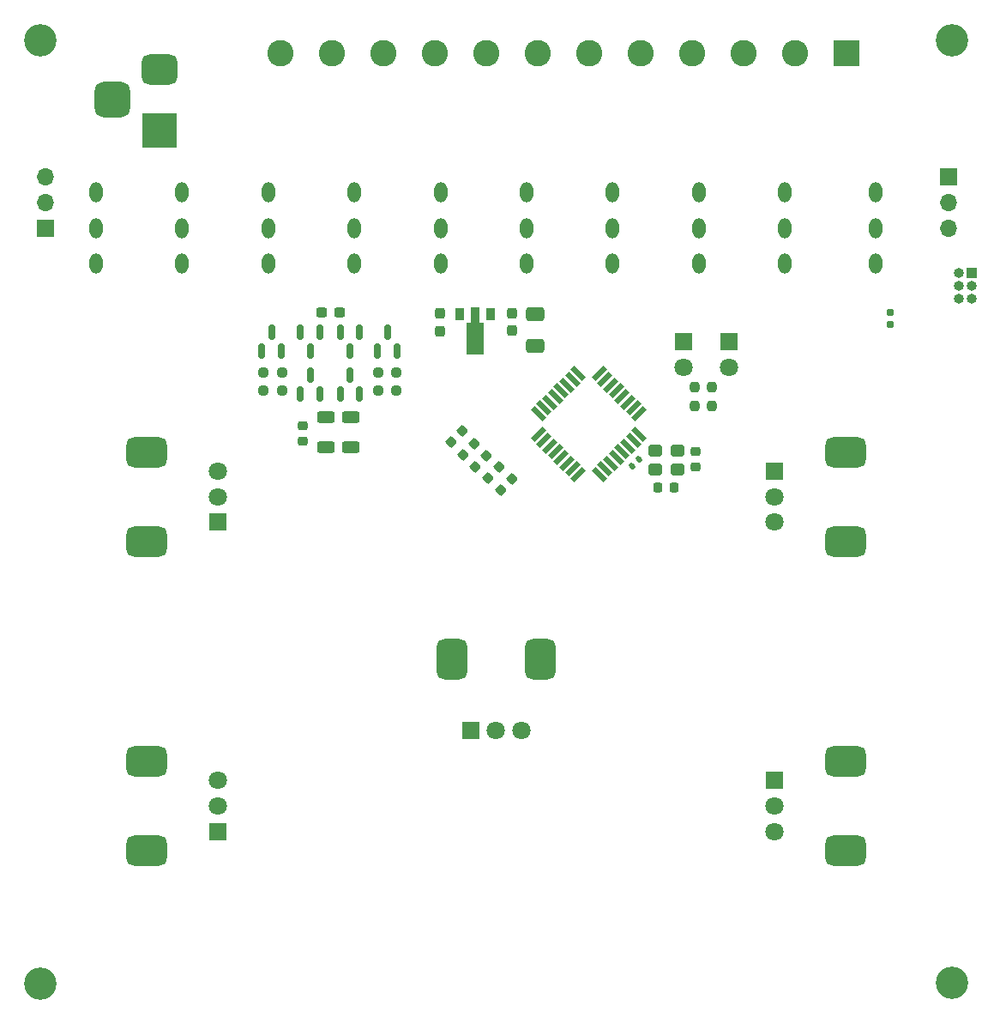
<source format=gbr>
%TF.GenerationSoftware,KiCad,Pcbnew,7.0.7*%
%TF.CreationDate,2023-10-03T09:28:03+02:00*%
%TF.ProjectId,pwmController,70776d43-6f6e-4747-926f-6c6c65722e6b,rev?*%
%TF.SameCoordinates,Original*%
%TF.FileFunction,Soldermask,Top*%
%TF.FilePolarity,Negative*%
%FSLAX46Y46*%
G04 Gerber Fmt 4.6, Leading zero omitted, Abs format (unit mm)*
G04 Created by KiCad (PCBNEW 7.0.7) date 2023-10-03 09:28:03*
%MOMM*%
%LPD*%
G01*
G04 APERTURE LIST*
G04 Aperture macros list*
%AMRoundRect*
0 Rectangle with rounded corners*
0 $1 Rounding radius*
0 $2 $3 $4 $5 $6 $7 $8 $9 X,Y pos of 4 corners*
0 Add a 4 corners polygon primitive as box body*
4,1,4,$2,$3,$4,$5,$6,$7,$8,$9,$2,$3,0*
0 Add four circle primitives for the rounded corners*
1,1,$1+$1,$2,$3*
1,1,$1+$1,$4,$5*
1,1,$1+$1,$6,$7*
1,1,$1+$1,$8,$9*
0 Add four rect primitives between the rounded corners*
20,1,$1+$1,$2,$3,$4,$5,0*
20,1,$1+$1,$4,$5,$6,$7,0*
20,1,$1+$1,$6,$7,$8,$9,0*
20,1,$1+$1,$8,$9,$2,$3,0*%
%AMRotRect*
0 Rectangle, with rotation*
0 The origin of the aperture is its center*
0 $1 length*
0 $2 width*
0 $3 Rotation angle, in degrees counterclockwise*
0 Add horizontal line*
21,1,$1,$2,0,0,$3*%
%AMFreePoly0*
4,1,9,3.862500,-0.866500,0.737500,-0.866500,0.737500,-0.450000,-0.737500,-0.450000,-0.737500,0.450000,0.737500,0.450000,0.737500,0.866500,3.862500,0.866500,3.862500,-0.866500,3.862500,-0.866500,$1*%
G04 Aperture macros list end*
%ADD10RoundRect,0.300000X-0.400000X-0.300000X0.400000X-0.300000X0.400000X0.300000X-0.400000X0.300000X0*%
%ADD11RoundRect,0.225000X-0.017678X0.335876X-0.335876X0.017678X0.017678X-0.335876X0.335876X-0.017678X0*%
%ADD12R,1.800000X1.800000*%
%ADD13C,1.800000*%
%ADD14RoundRect,0.750000X1.250000X0.750000X-1.250000X0.750000X-1.250000X-0.750000X1.250000X-0.750000X0*%
%ADD15O,1.300000X2.000000*%
%ADD16RoundRect,0.225000X-0.250000X0.225000X-0.250000X-0.225000X0.250000X-0.225000X0.250000X0.225000X0*%
%ADD17RotRect,1.600000X0.550000X135.000000*%
%ADD18RotRect,1.600000X0.550000X225.000000*%
%ADD19RoundRect,0.225000X0.017678X-0.335876X0.335876X-0.017678X-0.017678X0.335876X-0.335876X0.017678X0*%
%ADD20R,2.600000X2.600000*%
%ADD21C,2.600000*%
%ADD22RoundRect,0.750000X0.750000X-1.250000X0.750000X1.250000X-0.750000X1.250000X-0.750000X-1.250000X0*%
%ADD23RoundRect,0.237500X0.237500X-0.250000X0.237500X0.250000X-0.237500X0.250000X-0.237500X-0.250000X0*%
%ADD24RoundRect,0.237500X-0.250000X-0.237500X0.250000X-0.237500X0.250000X0.237500X-0.250000X0.237500X0*%
%ADD25R,0.900000X1.300000*%
%ADD26FreePoly0,270.000000*%
%ADD27RoundRect,0.237500X0.250000X0.237500X-0.250000X0.237500X-0.250000X-0.237500X0.250000X-0.237500X0*%
%ADD28RoundRect,0.237500X-0.237500X0.300000X-0.237500X-0.300000X0.237500X-0.300000X0.237500X0.300000X0*%
%ADD29RoundRect,0.150000X0.150000X-0.587500X0.150000X0.587500X-0.150000X0.587500X-0.150000X-0.587500X0*%
%ADD30RoundRect,0.750000X-1.250000X-0.750000X1.250000X-0.750000X1.250000X0.750000X-1.250000X0.750000X0*%
%ADD31RoundRect,0.225000X0.225000X0.250000X-0.225000X0.250000X-0.225000X-0.250000X0.225000X-0.250000X0*%
%ADD32R,1.700000X1.700000*%
%ADD33O,1.700000X1.700000*%
%ADD34RoundRect,0.140000X-0.021213X0.219203X-0.219203X0.021213X0.021213X-0.219203X0.219203X-0.021213X0*%
%ADD35RoundRect,0.160000X0.160000X-0.197500X0.160000X0.197500X-0.160000X0.197500X-0.160000X-0.197500X0*%
%ADD36C,3.200000*%
%ADD37R,3.500000X3.500000*%
%ADD38RoundRect,0.750000X-1.000000X0.750000X-1.000000X-0.750000X1.000000X-0.750000X1.000000X0.750000X0*%
%ADD39RoundRect,0.875000X-0.875000X0.875000X-0.875000X-0.875000X0.875000X-0.875000X0.875000X0.875000X0*%
%ADD40RoundRect,0.250000X-0.625000X0.312500X-0.625000X-0.312500X0.625000X-0.312500X0.625000X0.312500X0*%
%ADD41RoundRect,0.250000X-0.650000X0.412500X-0.650000X-0.412500X0.650000X-0.412500X0.650000X0.412500X0*%
%ADD42R,1.000000X1.000000*%
%ADD43O,1.000000X1.000000*%
%ADD44RoundRect,0.150000X-0.150000X0.587500X-0.150000X-0.587500X0.150000X-0.587500X0.150000X0.587500X0*%
%ADD45RoundRect,0.237500X0.300000X0.237500X-0.300000X0.237500X-0.300000X-0.237500X0.300000X-0.237500X0*%
%ADD46RoundRect,0.225000X0.250000X-0.225000X0.250000X0.225000X-0.250000X0.225000X-0.250000X-0.225000X0*%
G04 APERTURE END LIST*
D10*
%TO.C,Y201*%
X154219268Y-78824324D03*
X156419268Y-78824324D03*
X156419268Y-76924324D03*
X154219268Y-76924324D03*
%TD*%
D11*
%TO.C,C3*%
X137548008Y-77451992D03*
X136451992Y-78548008D03*
%TD*%
D12*
%TO.C,RV4*%
X111000000Y-114500000D03*
D13*
X111000000Y-112000000D03*
X111000000Y-109500000D03*
D14*
X104000000Y-116400000D03*
X104000000Y-107600000D03*
%TD*%
D15*
%TO.C,SW1*%
X176000000Y-51500000D03*
X176000000Y-55000000D03*
X176000000Y-58500000D03*
%TD*%
D16*
%TO.C,C6*%
X119420000Y-74471500D03*
X119420000Y-76021500D03*
%TD*%
D17*
%TO.C,U202*%
X148671573Y-79328427D03*
X149237258Y-78762741D03*
X149802944Y-78197056D03*
X150368629Y-77631371D03*
X150934315Y-77065685D03*
X151500000Y-76500000D03*
X152065685Y-75934314D03*
X152631371Y-75368629D03*
D18*
X152631371Y-73318019D03*
X152065685Y-72752334D03*
X151500000Y-72186648D03*
X150934315Y-71620963D03*
X150368629Y-71055277D03*
X149802944Y-70489592D03*
X149237258Y-69923907D03*
X148671573Y-69358221D03*
D17*
X146620963Y-69358221D03*
X146055278Y-69923907D03*
X145489592Y-70489592D03*
X144923907Y-71055277D03*
X144358221Y-71620963D03*
X143792536Y-72186648D03*
X143226851Y-72752334D03*
X142661165Y-73318019D03*
D18*
X142661165Y-75368629D03*
X143226851Y-75934314D03*
X143792536Y-76500000D03*
X144358221Y-77065685D03*
X144923907Y-77631371D03*
X145489592Y-78197056D03*
X146055278Y-78762741D03*
X146620963Y-79328427D03*
%TD*%
D19*
%TO.C,C1*%
X134038992Y-76135008D03*
X135135008Y-75038992D03*
%TD*%
D20*
%TO.C,J104*%
X173101000Y-37719000D03*
D21*
X168021000Y-37719000D03*
X162941000Y-37719000D03*
X157861000Y-37719000D03*
X152781000Y-37719000D03*
X147701000Y-37719000D03*
X142621000Y-37719000D03*
X137541000Y-37719000D03*
X132461000Y-37719000D03*
X127381000Y-37719000D03*
X122301000Y-37719000D03*
X117221000Y-37719000D03*
%TD*%
D12*
%TO.C,RV1*%
X136000000Y-104550000D03*
D13*
X138500000Y-104550000D03*
X141000000Y-104550000D03*
D22*
X134100000Y-97550000D03*
X142900000Y-97550000D03*
%TD*%
D23*
%TO.C,R203*%
X159766000Y-72540500D03*
X159766000Y-70715500D03*
%TD*%
D15*
%TO.C,SW5*%
X141500000Y-51500000D03*
X141500000Y-55000000D03*
X141500000Y-58500000D03*
%TD*%
D24*
%TO.C,R503*%
X115546500Y-71056500D03*
X117371500Y-71056500D03*
%TD*%
D25*
%TO.C,U301*%
X137922000Y-63500000D03*
D26*
X136422000Y-63587500D03*
D25*
X134922000Y-63500000D03*
%TD*%
D27*
%TO.C,R501*%
X128674500Y-69278500D03*
X126849500Y-69278500D03*
%TD*%
D28*
%TO.C,C302*%
X140081000Y-63399500D03*
X140081000Y-65124500D03*
%TD*%
D11*
%TO.C,C5*%
X140088008Y-79737992D03*
X138991992Y-80834008D03*
%TD*%
D12*
%TO.C,RV2*%
X111000000Y-84000000D03*
D13*
X111000000Y-81500000D03*
X111000000Y-79000000D03*
D14*
X104000000Y-85900000D03*
X104000000Y-77100000D03*
%TD*%
D15*
%TO.C,SW9*%
X107500000Y-51500000D03*
X107500000Y-55000000D03*
X107500000Y-58500000D03*
%TD*%
D29*
%TO.C,Q505*%
X119192000Y-71354000D03*
X121092000Y-71354000D03*
X120142000Y-69479000D03*
%TD*%
D12*
%TO.C,D201*%
X157000000Y-66225000D03*
D13*
X157000000Y-68765000D03*
%TD*%
D29*
%TO.C,Q506*%
X115382000Y-67168000D03*
X117282000Y-67168000D03*
X116332000Y-65293000D03*
%TD*%
D12*
%TO.C,RV5*%
X166000000Y-109500000D03*
D13*
X166000000Y-112000000D03*
X166000000Y-114500000D03*
D30*
X173000000Y-107600000D03*
X173000000Y-116400000D03*
%TD*%
D31*
%TO.C,C201*%
X156051268Y-80575324D03*
X154501268Y-80575324D03*
%TD*%
D32*
%TO.C,J103*%
X94000000Y-55000000D03*
D33*
X94000000Y-52460000D03*
X94000000Y-49920000D03*
%TD*%
D29*
%TO.C,Q501*%
X126812000Y-67168000D03*
X128712000Y-67168000D03*
X127762000Y-65293000D03*
%TD*%
D15*
%TO.C,SW8*%
X116000000Y-51500000D03*
X116000000Y-55000000D03*
X116000000Y-58500000D03*
%TD*%
D34*
%TO.C,C202*%
X152609268Y-77813324D03*
X151930446Y-78492146D03*
%TD*%
D15*
%TO.C,SW7*%
X124500000Y-51500000D03*
X124500000Y-55000000D03*
X124500000Y-58500000D03*
%TD*%
D27*
%TO.C,R502*%
X128651000Y-71056500D03*
X126826000Y-71056500D03*
%TD*%
D35*
%TO.C,R202*%
X177419000Y-64478500D03*
X177419000Y-63283500D03*
%TD*%
D36*
%TO.C,REF\u002A\u002A*%
X183473000Y-129450000D03*
%TD*%
D12*
%TO.C,RV3*%
X166000000Y-79000000D03*
D13*
X166000000Y-81500000D03*
X166000000Y-84000000D03*
D30*
X173000000Y-77100000D03*
X173000000Y-85900000D03*
%TD*%
D36*
%TO.C,REF\u002A\u002A*%
X183500000Y-36500000D03*
%TD*%
D15*
%TO.C,SW4*%
X150000000Y-51500000D03*
X150000000Y-55000000D03*
X150000000Y-58500000D03*
%TD*%
%TO.C,SW10*%
X99000000Y-51500000D03*
X99000000Y-55000000D03*
X99000000Y-58500000D03*
%TD*%
D32*
%TO.C,J102*%
X183125000Y-49975000D03*
D33*
X183125000Y-52515000D03*
X183125000Y-55055000D03*
%TD*%
D15*
%TO.C,SW6*%
X133000000Y-51500000D03*
X133000000Y-55000000D03*
X133000000Y-58500000D03*
%TD*%
D37*
%TO.C,J101*%
X105283000Y-45339000D03*
D38*
X105283000Y-39339000D03*
D39*
X100583000Y-42339000D03*
%TD*%
D40*
%TO.C,R101*%
X121706000Y-73657000D03*
X121706000Y-76582000D03*
%TD*%
D41*
%TO.C,C303*%
X142367000Y-63461500D03*
X142367000Y-66586500D03*
%TD*%
D36*
%TO.C,REF\u002A\u002A*%
X93473000Y-36500000D03*
%TD*%
D40*
%TO.C,R102*%
X124119000Y-73657000D03*
X124119000Y-76582000D03*
%TD*%
D42*
%TO.C,U201*%
X185420000Y-59436000D03*
D43*
X184150000Y-59436000D03*
X185420000Y-60706000D03*
X184150000Y-60706000D03*
X185420000Y-61976000D03*
X184150000Y-61976000D03*
%TD*%
D27*
%TO.C,R504*%
X117371500Y-69278500D03*
X115546500Y-69278500D03*
%TD*%
D23*
%TO.C,R201*%
X158115000Y-72540500D03*
X158115000Y-70715500D03*
%TD*%
D15*
%TO.C,SW2*%
X167000000Y-51500000D03*
X167000000Y-55000000D03*
X167000000Y-58500000D03*
%TD*%
%TO.C,SW3*%
X158500000Y-51500000D03*
X158500000Y-55000000D03*
X158500000Y-58500000D03*
%TD*%
D28*
%TO.C,C301*%
X132969000Y-63426000D03*
X132969000Y-65151000D03*
%TD*%
D44*
%TO.C,Q504*%
X121092000Y-65293000D03*
X119192000Y-65293000D03*
X120142000Y-67168000D03*
%TD*%
%TO.C,Q502*%
X125029000Y-65293000D03*
X123129000Y-65293000D03*
X124079000Y-67168000D03*
%TD*%
D11*
%TO.C,C4*%
X138818008Y-78594992D03*
X137721992Y-79691008D03*
%TD*%
D36*
%TO.C,REF\u002A\u002A*%
X93500000Y-129500000D03*
%TD*%
D45*
%TO.C,C501*%
X123036500Y-63309500D03*
X121311500Y-63309500D03*
%TD*%
D11*
%TO.C,C2*%
X136318016Y-76268984D03*
X135222000Y-77365000D03*
%TD*%
D12*
%TO.C,D202*%
X161500000Y-66225000D03*
D13*
X161500000Y-68765000D03*
%TD*%
D46*
%TO.C,C203*%
X158197268Y-78588324D03*
X158197268Y-77038324D03*
%TD*%
D29*
%TO.C,Q503*%
X123129000Y-71359000D03*
X125029000Y-71359000D03*
X124079000Y-69484000D03*
%TD*%
M02*

</source>
